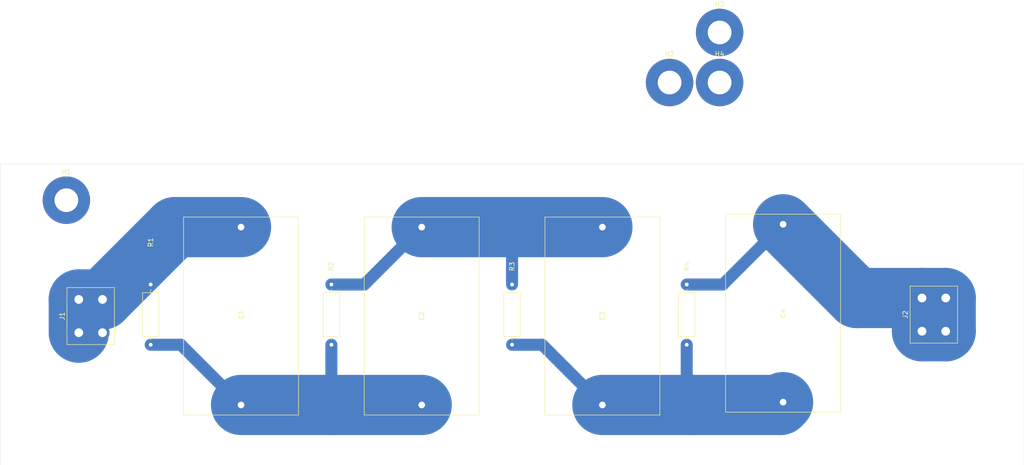
<source format=kicad_pcb>
(kicad_pcb (version 20171130) (host pcbnew 5.0.2+dfsg1-1)

  (general
    (thickness 1.6)
    (drawings 4)
    (tracks 29)
    (zones 0)
    (modules 14)
    (nets 6)
  )

  (page A4)
  (layers
    (0 F.Cu signal)
    (31 B.Cu signal)
    (32 B.Adhes user)
    (33 F.Adhes user)
    (34 B.Paste user)
    (35 F.Paste user)
    (36 B.SilkS user)
    (37 F.SilkS user)
    (38 B.Mask user)
    (39 F.Mask user)
    (40 Dwgs.User user)
    (41 Cmts.User user)
    (42 Eco1.User user)
    (43 Eco2.User user)
    (44 Edge.Cuts user)
    (45 Margin user)
    (46 B.CrtYd user)
    (47 F.CrtYd user)
    (48 B.Fab user hide)
    (49 F.Fab user hide)
  )

  (setup
    (last_trace_width 0.25)
    (user_trace_width 2.54)
    (user_trace_width 12.7)
    (trace_clearance 0.2)
    (zone_clearance 0.508)
    (zone_45_only no)
    (trace_min 0.2)
    (segment_width 0.2)
    (edge_width 0.05)
    (via_size 0.8)
    (via_drill 0.4)
    (via_min_size 0.4)
    (via_min_drill 0.3)
    (uvia_size 0.3)
    (uvia_drill 0.1)
    (uvias_allowed no)
    (uvia_min_size 0.2)
    (uvia_min_drill 0.1)
    (pcb_text_width 0.3)
    (pcb_text_size 1.5 1.5)
    (mod_edge_width 0.12)
    (mod_text_size 1 1)
    (mod_text_width 0.15)
    (pad_size 1.524 1.524)
    (pad_drill 0.762)
    (pad_to_mask_clearance 0.051)
    (solder_mask_min_width 0.25)
    (aux_axis_origin 0 0)
    (visible_elements FFFFFF7F)
    (pcbplotparams
      (layerselection 0x010fc_ffffffff)
      (usegerberextensions false)
      (usegerberattributes false)
      (usegerberadvancedattributes false)
      (creategerberjobfile false)
      (excludeedgelayer true)
      (linewidth 0.100000)
      (plotframeref false)
      (viasonmask false)
      (mode 1)
      (useauxorigin false)
      (hpglpennumber 1)
      (hpglpenspeed 20)
      (hpglpendiameter 15.000000)
      (psnegative false)
      (psa4output false)
      (plotreference true)
      (plotvalue true)
      (plotinvisibletext false)
      (padsonsilk false)
      (subtractmaskfromsilk false)
      (outputformat 1)
      (mirror false)
      (drillshape 1)
      (scaleselection 1)
      (outputdirectory ""))
  )

  (net 0 "")
  (net 1 "Net-(C1-Pad1)")
  (net 2 "Net-(C1-Pad2)")
  (net 3 "Net-(C2-Pad1)")
  (net 4 "Net-(C3-Pad1)")
  (net 5 "Net-(C4-Pad1)")

  (net_class Default "This is the default net class."
    (clearance 0.2)
    (trace_width 0.25)
    (via_dia 0.8)
    (via_drill 0.4)
    (uvia_dia 0.3)
    (uvia_drill 0.1)
    (add_net "Net-(C1-Pad1)")
    (add_net "Net-(C1-Pad2)")
    (add_net "Net-(C2-Pad1)")
    (add_net "Net-(C3-Pad1)")
    (add_net "Net-(C4-Pad1)")
  )

  (module Resistor_THT:R_Axial_DIN0309_L9.0mm_D3.2mm_P12.70mm_Horizontal (layer F.Cu) (tedit 5AE5139B) (tstamp 5D64ADAD)
    (at 57.15 101.6 90)
    (descr "Resistor, Axial_DIN0309 series, Axial, Horizontal, pin pitch=12.7mm, 0.5W = 1/2W, length*diameter=9*3.2mm^2, http://cdn-reichelt.de/documents/datenblatt/B400/1_4W%23YAG.pdf")
    (tags "Resistor Axial_DIN0309 series Axial Horizontal pin pitch 12.7mm 0.5W = 1/2W length 9mm diameter 3.2mm")
    (path /5D66B6F7)
    (fp_text reference R1 (at 21.59 0 90) (layer F.SilkS)
      (effects (font (size 1 1) (thickness 0.15)))
    )
    (fp_text value 10M (at 6.35 2.72 90) (layer F.Fab)
      (effects (font (size 1 1) (thickness 0.15)))
    )
    (fp_line (start 1.85 -1.6) (end 1.85 1.6) (layer F.Fab) (width 0.1))
    (fp_line (start 1.85 1.6) (end 10.85 1.6) (layer F.Fab) (width 0.1))
    (fp_line (start 10.85 1.6) (end 10.85 -1.6) (layer F.Fab) (width 0.1))
    (fp_line (start 10.85 -1.6) (end 1.85 -1.6) (layer F.Fab) (width 0.1))
    (fp_line (start 0 0) (end 1.85 0) (layer F.Fab) (width 0.1))
    (fp_line (start 12.7 0) (end 10.85 0) (layer F.Fab) (width 0.1))
    (fp_line (start 1.73 -1.72) (end 1.73 1.72) (layer F.SilkS) (width 0.12))
    (fp_line (start 1.73 1.72) (end 10.97 1.72) (layer F.SilkS) (width 0.12))
    (fp_line (start 10.97 1.72) (end 10.97 -1.72) (layer F.SilkS) (width 0.12))
    (fp_line (start 10.97 -1.72) (end 1.73 -1.72) (layer F.SilkS) (width 0.12))
    (fp_line (start 1.04 0) (end 1.73 0) (layer F.SilkS) (width 0.12))
    (fp_line (start 11.66 0) (end 10.97 0) (layer F.SilkS) (width 0.12))
    (fp_line (start -1.05 -1.85) (end -1.05 1.85) (layer F.CrtYd) (width 0.05))
    (fp_line (start -1.05 1.85) (end 13.75 1.85) (layer F.CrtYd) (width 0.05))
    (fp_line (start 13.75 1.85) (end 13.75 -1.85) (layer F.CrtYd) (width 0.05))
    (fp_line (start 13.75 -1.85) (end -1.05 -1.85) (layer F.CrtYd) (width 0.05))
    (fp_text user %R (at 6.35 0 90) (layer F.Fab)
      (effects (font (size 1 1) (thickness 0.15)))
    )
    (pad 1 thru_hole circle (at 0 0 90) (size 1.6 1.6) (drill 0.8) (layers *.Cu *.Mask)
      (net 1 "Net-(C1-Pad1)"))
    (pad 2 thru_hole oval (at 12.7 0 90) (size 1.6 1.6) (drill 0.8) (layers *.Cu *.Mask)
      (net 2 "Net-(C1-Pad2)"))
    (model ${KISYS3DMOD}/Resistor_THT.3dshapes/R_Axial_DIN0309_L9.0mm_D3.2mm_P12.70mm_Horizontal.wrl
      (at (xyz 0 0 0))
      (scale (xyz 1 1 1))
      (rotate (xyz 0 0 0))
    )
  )

  (module Library:ScrewTerminal (layer F.Cu) (tedit 5D64ACB8) (tstamp 5D64AD96)
    (at 222.29 95.25)
    (path /5D66F48B)
    (fp_text reference J2 (at -6 0 90) (layer F.SilkS)
      (effects (font (size 1 1) (thickness 0.15)))
    )
    (fp_text value Screw_Terminal_01x01 (at 0 0) (layer F.Fab)
      (effects (font (size 1 1) (thickness 0.15)))
    )
    (fp_line (start -4.25 5.26) (end -4.25 -5.26) (layer F.CrtYd) (width 0.05))
    (fp_line (start 4.25 5.26) (end -4.25 5.26) (layer F.CrtYd) (width 0.05))
    (fp_line (start 4.25 -5.26) (end 4.25 5.26) (layer F.CrtYd) (width 0.05))
    (fp_line (start -4.25 -5.26) (end 4.25 -5.26) (layer F.CrtYd) (width 0.05))
    (fp_line (start -5 2.001666) (end -5 6.005) (layer F.SilkS) (width 0.12))
    (fp_line (start -5 -2.001666) (end -5 2.001666) (layer F.SilkS) (width 0.12))
    (fp_line (start -5 -6.005) (end -5 -2.001666) (layer F.SilkS) (width 0.12))
    (fp_line (start 5 -6.005) (end -5 -6.005) (layer F.SilkS) (width 0.12))
    (fp_line (start 5 6.005) (end 5 -6.005) (layer F.SilkS) (width 0.12))
    (fp_line (start -5 6.005) (end 5 6.005) (layer F.SilkS) (width 0.12))
    (pad 1 thru_hole circle (at 2.5 3.505) (size 2.999999 2.999999) (drill 1.85) (layers *.Cu *.Mask)
      (net 5 "Net-(C4-Pad1)"))
    (pad 1 thru_hole circle (at 2.5 -3.505) (size 2.999999 2.999999) (drill 1.85) (layers *.Cu *.Mask)
      (net 5 "Net-(C4-Pad1)"))
    (pad 1 thru_hole circle (at -2.5 3.505) (size 3 3) (drill 1.85) (layers *.Cu *.Mask)
      (net 5 "Net-(C4-Pad1)"))
    (pad 1 thru_hole circle (at -2.5 -3.505) (size 2.999999 2.999999) (drill 1.85) (layers *.Cu *.Mask)
      (net 5 "Net-(C4-Pad1)"))
  )

  (module Library:ScrewTerminal (layer F.Cu) (tedit 5D64ACB8) (tstamp 5D64AD84)
    (at 44.49 95.555)
    (path /5D66E84B)
    (fp_text reference J1 (at -6 0 90) (layer F.SilkS)
      (effects (font (size 1 1) (thickness 0.15)))
    )
    (fp_text value Screw_Terminal_01x01 (at 0 0) (layer F.Fab)
      (effects (font (size 1 1) (thickness 0.15)))
    )
    (fp_line (start -4.25 5.26) (end -4.25 -5.26) (layer F.CrtYd) (width 0.05))
    (fp_line (start 4.25 5.26) (end -4.25 5.26) (layer F.CrtYd) (width 0.05))
    (fp_line (start 4.25 -5.26) (end 4.25 5.26) (layer F.CrtYd) (width 0.05))
    (fp_line (start -4.25 -5.26) (end 4.25 -5.26) (layer F.CrtYd) (width 0.05))
    (fp_line (start -5 2.001666) (end -5 6.005) (layer F.SilkS) (width 0.12))
    (fp_line (start -5 -2.001666) (end -5 2.001666) (layer F.SilkS) (width 0.12))
    (fp_line (start -5 -6.005) (end -5 -2.001666) (layer F.SilkS) (width 0.12))
    (fp_line (start 5 -6.005) (end -5 -6.005) (layer F.SilkS) (width 0.12))
    (fp_line (start 5 6.005) (end 5 -6.005) (layer F.SilkS) (width 0.12))
    (fp_line (start -5 6.005) (end 5 6.005) (layer F.SilkS) (width 0.12))
    (pad 1 thru_hole circle (at 2.5 3.505) (size 2.999999 2.999999) (drill 1.85) (layers *.Cu *.Mask)
      (net 2 "Net-(C1-Pad2)"))
    (pad 1 thru_hole circle (at 2.5 -3.505) (size 2.999999 2.999999) (drill 1.85) (layers *.Cu *.Mask)
      (net 2 "Net-(C1-Pad2)"))
    (pad 1 thru_hole circle (at -2.5 3.505) (size 3 3) (drill 1.85) (layers *.Cu *.Mask)
      (net 2 "Net-(C1-Pad2)"))
    (pad 1 thru_hole circle (at -2.5 -3.505) (size 2.999999 2.999999) (drill 1.85) (layers *.Cu *.Mask)
      (net 2 "Net-(C1-Pad2)"))
  )

  (module Capacitor_THT:C_Rect_L41.5mm_W24.0mm_P37.50mm_MKS4 (layer F.Cu) (tedit 5AE50EF0) (tstamp 5D64AD39)
    (at 76.2 114.3 90)
    (descr "C, Rect series, Radial, pin pitch=37.50mm, , length*width=41.5*24mm^2, Capacitor, http://www.wima.com/EN/WIMA_MKS_4.pdf")
    (tags "C Rect series Radial pin pitch 37.50mm  length 41.5mm width 24mm Capacitor")
    (path /5D669B06)
    (fp_text reference C1 (at 19.05 0 90) (layer F.SilkS)
      (effects (font (size 1 1) (thickness 0.15)))
    )
    (fp_text value 0.33uF (at 18.75 13.25 90) (layer F.Fab)
      (effects (font (size 1 1) (thickness 0.15)))
    )
    (fp_line (start -2 -12) (end -2 12) (layer F.Fab) (width 0.1))
    (fp_line (start -2 12) (end 39.5 12) (layer F.Fab) (width 0.1))
    (fp_line (start 39.5 12) (end 39.5 -12) (layer F.Fab) (width 0.1))
    (fp_line (start 39.5 -12) (end -2 -12) (layer F.Fab) (width 0.1))
    (fp_line (start -2.12 -12.12) (end 39.62 -12.12) (layer F.SilkS) (width 0.12))
    (fp_line (start -2.12 12.12) (end 39.62 12.12) (layer F.SilkS) (width 0.12))
    (fp_line (start -2.12 -12.12) (end -2.12 12.12) (layer F.SilkS) (width 0.12))
    (fp_line (start 39.62 -12.12) (end 39.62 12.12) (layer F.SilkS) (width 0.12))
    (fp_line (start -2.25 -12.25) (end -2.25 12.25) (layer F.CrtYd) (width 0.05))
    (fp_line (start -2.25 12.25) (end 39.75 12.25) (layer F.CrtYd) (width 0.05))
    (fp_line (start 39.75 12.25) (end 39.75 -12.25) (layer F.CrtYd) (width 0.05))
    (fp_line (start 39.75 -12.25) (end -2.25 -12.25) (layer F.CrtYd) (width 0.05))
    (fp_text user %R (at 18.75 0 90) (layer F.Fab)
      (effects (font (size 1 1) (thickness 0.15)))
    )
    (pad 1 thru_hole circle (at 0 0 90) (size 2.8 2.8) (drill 1.4) (layers *.Cu *.Mask)
      (net 1 "Net-(C1-Pad1)"))
    (pad 2 thru_hole circle (at 37.5 0 90) (size 2.8 2.8) (drill 1.4) (layers *.Cu *.Mask)
      (net 2 "Net-(C1-Pad2)"))
    (model ${KISYS3DMOD}/Capacitor_THT.3dshapes/C_Rect_L41.5mm_W24.0mm_P37.50mm_MKS4.wrl
      (at (xyz 0 0 0))
      (scale (xyz 1 1 1))
      (rotate (xyz 0 0 0))
    )
  )

  (module Capacitor_THT:C_Rect_L41.5mm_W24.0mm_P37.50mm_MKS4 (layer F.Cu) (tedit 5AE50EF0) (tstamp 5D64AD4C)
    (at 114.3 76.8 270)
    (descr "C, Rect series, Radial, pin pitch=37.50mm, , length*width=41.5*24mm^2, Capacitor, http://www.wima.com/EN/WIMA_MKS_4.pdf")
    (tags "C Rect series Radial pin pitch 37.50mm  length 41.5mm width 24mm Capacitor")
    (path /5D66DD5B)
    (fp_text reference C2 (at 18.75 0 90) (layer F.SilkS)
      (effects (font (size 1 1) (thickness 0.15)))
    )
    (fp_text value 0.33uF (at 18.75 13.25 90) (layer F.Fab)
      (effects (font (size 1 1) (thickness 0.15)))
    )
    (fp_text user %R (at 18.75 0 90) (layer F.Fab)
      (effects (font (size 1 1) (thickness 0.15)))
    )
    (fp_line (start 39.75 -12.25) (end -2.25 -12.25) (layer F.CrtYd) (width 0.05))
    (fp_line (start 39.75 12.25) (end 39.75 -12.25) (layer F.CrtYd) (width 0.05))
    (fp_line (start -2.25 12.25) (end 39.75 12.25) (layer F.CrtYd) (width 0.05))
    (fp_line (start -2.25 -12.25) (end -2.25 12.25) (layer F.CrtYd) (width 0.05))
    (fp_line (start 39.62 -12.12) (end 39.62 12.12) (layer F.SilkS) (width 0.12))
    (fp_line (start -2.12 -12.12) (end -2.12 12.12) (layer F.SilkS) (width 0.12))
    (fp_line (start -2.12 12.12) (end 39.62 12.12) (layer F.SilkS) (width 0.12))
    (fp_line (start -2.12 -12.12) (end 39.62 -12.12) (layer F.SilkS) (width 0.12))
    (fp_line (start 39.5 -12) (end -2 -12) (layer F.Fab) (width 0.1))
    (fp_line (start 39.5 12) (end 39.5 -12) (layer F.Fab) (width 0.1))
    (fp_line (start -2 12) (end 39.5 12) (layer F.Fab) (width 0.1))
    (fp_line (start -2 -12) (end -2 12) (layer F.Fab) (width 0.1))
    (pad 2 thru_hole circle (at 37.5 0 270) (size 2.8 2.8) (drill 1.4) (layers *.Cu *.Mask)
      (net 1 "Net-(C1-Pad1)"))
    (pad 1 thru_hole circle (at 0 0 270) (size 2.8 2.8) (drill 1.4) (layers *.Cu *.Mask)
      (net 3 "Net-(C2-Pad1)"))
    (model ${KISYS3DMOD}/Capacitor_THT.3dshapes/C_Rect_L41.5mm_W24.0mm_P37.50mm_MKS4.wrl
      (at (xyz 0 0 0))
      (scale (xyz 1 1 1))
      (rotate (xyz 0 0 0))
    )
  )

  (module Capacitor_THT:C_Rect_L41.5mm_W24.0mm_P37.50mm_MKS4 (layer F.Cu) (tedit 5AE50EF0) (tstamp 5D64AD5F)
    (at 152.4 114.3 90)
    (descr "C, Rect series, Radial, pin pitch=37.50mm, , length*width=41.5*24mm^2, Capacitor, http://www.wima.com/EN/WIMA_MKS_4.pdf")
    (tags "C Rect series Radial pin pitch 37.50mm  length 41.5mm width 24mm Capacitor")
    (path /5D66E26B)
    (fp_text reference C3 (at 18.75 0 90) (layer F.SilkS)
      (effects (font (size 1 1) (thickness 0.15)))
    )
    (fp_text value 0.33uF (at 18.75 13.25 90) (layer F.Fab)
      (effects (font (size 1 1) (thickness 0.15)))
    )
    (fp_line (start -2 -12) (end -2 12) (layer F.Fab) (width 0.1))
    (fp_line (start -2 12) (end 39.5 12) (layer F.Fab) (width 0.1))
    (fp_line (start 39.5 12) (end 39.5 -12) (layer F.Fab) (width 0.1))
    (fp_line (start 39.5 -12) (end -2 -12) (layer F.Fab) (width 0.1))
    (fp_line (start -2.12 -12.12) (end 39.62 -12.12) (layer F.SilkS) (width 0.12))
    (fp_line (start -2.12 12.12) (end 39.62 12.12) (layer F.SilkS) (width 0.12))
    (fp_line (start -2.12 -12.12) (end -2.12 12.12) (layer F.SilkS) (width 0.12))
    (fp_line (start 39.62 -12.12) (end 39.62 12.12) (layer F.SilkS) (width 0.12))
    (fp_line (start -2.25 -12.25) (end -2.25 12.25) (layer F.CrtYd) (width 0.05))
    (fp_line (start -2.25 12.25) (end 39.75 12.25) (layer F.CrtYd) (width 0.05))
    (fp_line (start 39.75 12.25) (end 39.75 -12.25) (layer F.CrtYd) (width 0.05))
    (fp_line (start 39.75 -12.25) (end -2.25 -12.25) (layer F.CrtYd) (width 0.05))
    (fp_text user %R (at 18.75 0 90) (layer F.Fab)
      (effects (font (size 1 1) (thickness 0.15)))
    )
    (pad 1 thru_hole circle (at 0 0 90) (size 2.8 2.8) (drill 1.4) (layers *.Cu *.Mask)
      (net 4 "Net-(C3-Pad1)"))
    (pad 2 thru_hole circle (at 37.5 0 90) (size 2.8 2.8) (drill 1.4) (layers *.Cu *.Mask)
      (net 3 "Net-(C2-Pad1)"))
    (model ${KISYS3DMOD}/Capacitor_THT.3dshapes/C_Rect_L41.5mm_W24.0mm_P37.50mm_MKS4.wrl
      (at (xyz 0 0 0))
      (scale (xyz 1 1 1))
      (rotate (xyz 0 0 0))
    )
  )

  (module Capacitor_THT:C_Rect_L41.5mm_W24.0mm_P37.50mm_MKS4 (layer F.Cu) (tedit 5AE50EF0) (tstamp 5D64B8BD)
    (at 190.5 76.2 270)
    (descr "C, Rect series, Radial, pin pitch=37.50mm, , length*width=41.5*24mm^2, Capacitor, http://www.wima.com/EN/WIMA_MKS_4.pdf")
    (tags "C Rect series Radial pin pitch 37.50mm  length 41.5mm width 24mm Capacitor")
    (path /5D66E6B3)
    (fp_text reference C4 (at 18.75 0 90) (layer F.SilkS)
      (effects (font (size 1 1) (thickness 0.15)))
    )
    (fp_text value 0.33uF (at 18.75 13.25 90) (layer F.Fab)
      (effects (font (size 1 1) (thickness 0.15)))
    )
    (fp_text user %R (at 18.75 0 90) (layer F.Fab)
      (effects (font (size 1 1) (thickness 0.15)))
    )
    (fp_line (start 39.75 -12.25) (end -2.25 -12.25) (layer F.CrtYd) (width 0.05))
    (fp_line (start 39.75 12.25) (end 39.75 -12.25) (layer F.CrtYd) (width 0.05))
    (fp_line (start -2.25 12.25) (end 39.75 12.25) (layer F.CrtYd) (width 0.05))
    (fp_line (start -2.25 -12.25) (end -2.25 12.25) (layer F.CrtYd) (width 0.05))
    (fp_line (start 39.62 -12.12) (end 39.62 12.12) (layer F.SilkS) (width 0.12))
    (fp_line (start -2.12 -12.12) (end -2.12 12.12) (layer F.SilkS) (width 0.12))
    (fp_line (start -2.12 12.12) (end 39.62 12.12) (layer F.SilkS) (width 0.12))
    (fp_line (start -2.12 -12.12) (end 39.62 -12.12) (layer F.SilkS) (width 0.12))
    (fp_line (start 39.5 -12) (end -2 -12) (layer F.Fab) (width 0.1))
    (fp_line (start 39.5 12) (end 39.5 -12) (layer F.Fab) (width 0.1))
    (fp_line (start -2 12) (end 39.5 12) (layer F.Fab) (width 0.1))
    (fp_line (start -2 -12) (end -2 12) (layer F.Fab) (width 0.1))
    (pad 2 thru_hole circle (at 37.5 0 270) (size 2.8 2.8) (drill 1.4) (layers *.Cu *.Mask)
      (net 4 "Net-(C3-Pad1)"))
    (pad 1 thru_hole circle (at 0 0 270) (size 2.8 2.8) (drill 1.4) (layers *.Cu *.Mask)
      (net 5 "Net-(C4-Pad1)"))
    (model ${KISYS3DMOD}/Capacitor_THT.3dshapes/C_Rect_L41.5mm_W24.0mm_P37.50mm_MKS4.wrl
      (at (xyz 0 0 0))
      (scale (xyz 1 1 1))
      (rotate (xyz 0 0 0))
    )
  )

  (module Resistor_THT:R_Axial_DIN0309_L9.0mm_D3.2mm_P12.70mm_Horizontal (layer F.Cu) (tedit 5AE5139B) (tstamp 5D64ADC4)
    (at 95.25 88.9 270)
    (descr "Resistor, Axial_DIN0309 series, Axial, Horizontal, pin pitch=12.7mm, 0.5W = 1/2W, length*diameter=9*3.2mm^2, http://cdn-reichelt.de/documents/datenblatt/B400/1_4W%23YAG.pdf")
    (tags "Resistor Axial_DIN0309 series Axial Horizontal pin pitch 12.7mm 0.5W = 1/2W length 9mm diameter 3.2mm")
    (path /5D66DD61)
    (fp_text reference R2 (at -3.81 0 90) (layer F.SilkS)
      (effects (font (size 1 1) (thickness 0.15)))
    )
    (fp_text value 10M (at 6.35 2.72 90) (layer F.Fab)
      (effects (font (size 1 1) (thickness 0.15)))
    )
    (fp_text user %R (at 6.35 0 90) (layer F.Fab)
      (effects (font (size 1 1) (thickness 0.15)))
    )
    (fp_line (start 13.75 -1.85) (end -1.05 -1.85) (layer F.CrtYd) (width 0.05))
    (fp_line (start 13.75 1.85) (end 13.75 -1.85) (layer F.CrtYd) (width 0.05))
    (fp_line (start -1.05 1.85) (end 13.75 1.85) (layer F.CrtYd) (width 0.05))
    (fp_line (start -1.05 -1.85) (end -1.05 1.85) (layer F.CrtYd) (width 0.05))
    (fp_line (start 11.66 0) (end 10.97 0) (layer F.SilkS) (width 0.12))
    (fp_line (start 1.04 0) (end 1.73 0) (layer F.SilkS) (width 0.12))
    (fp_line (start 10.97 -1.72) (end 1.73 -1.72) (layer F.SilkS) (width 0.12))
    (fp_line (start 10.97 1.72) (end 10.97 -1.72) (layer F.SilkS) (width 0.12))
    (fp_line (start 1.73 1.72) (end 10.97 1.72) (layer F.SilkS) (width 0.12))
    (fp_line (start 1.73 -1.72) (end 1.73 1.72) (layer F.SilkS) (width 0.12))
    (fp_line (start 12.7 0) (end 10.85 0) (layer F.Fab) (width 0.1))
    (fp_line (start 0 0) (end 1.85 0) (layer F.Fab) (width 0.1))
    (fp_line (start 10.85 -1.6) (end 1.85 -1.6) (layer F.Fab) (width 0.1))
    (fp_line (start 10.85 1.6) (end 10.85 -1.6) (layer F.Fab) (width 0.1))
    (fp_line (start 1.85 1.6) (end 10.85 1.6) (layer F.Fab) (width 0.1))
    (fp_line (start 1.85 -1.6) (end 1.85 1.6) (layer F.Fab) (width 0.1))
    (pad 2 thru_hole oval (at 12.7 0 270) (size 1.6 1.6) (drill 0.8) (layers *.Cu *.Mask)
      (net 1 "Net-(C1-Pad1)"))
    (pad 1 thru_hole circle (at 0 0 270) (size 1.6 1.6) (drill 0.8) (layers *.Cu *.Mask)
      (net 3 "Net-(C2-Pad1)"))
    (model ${KISYS3DMOD}/Resistor_THT.3dshapes/R_Axial_DIN0309_L9.0mm_D3.2mm_P12.70mm_Horizontal.wrl
      (at (xyz 0 0 0))
      (scale (xyz 1 1 1))
      (rotate (xyz 0 0 0))
    )
  )

  (module Resistor_THT:R_Axial_DIN0309_L9.0mm_D3.2mm_P12.70mm_Horizontal (layer F.Cu) (tedit 5AE5139B) (tstamp 5D64ADDB)
    (at 133.35 101.6 90)
    (descr "Resistor, Axial_DIN0309 series, Axial, Horizontal, pin pitch=12.7mm, 0.5W = 1/2W, length*diameter=9*3.2mm^2, http://cdn-reichelt.de/documents/datenblatt/B400/1_4W%23YAG.pdf")
    (tags "Resistor Axial_DIN0309 series Axial Horizontal pin pitch 12.7mm 0.5W = 1/2W length 9mm diameter 3.2mm")
    (path /5D66E271)
    (fp_text reference R3 (at 16.51 0 90) (layer F.SilkS)
      (effects (font (size 1 1) (thickness 0.15)))
    )
    (fp_text value 10M (at 6.35 2.72 90) (layer F.Fab)
      (effects (font (size 1 1) (thickness 0.15)))
    )
    (fp_line (start 1.85 -1.6) (end 1.85 1.6) (layer F.Fab) (width 0.1))
    (fp_line (start 1.85 1.6) (end 10.85 1.6) (layer F.Fab) (width 0.1))
    (fp_line (start 10.85 1.6) (end 10.85 -1.6) (layer F.Fab) (width 0.1))
    (fp_line (start 10.85 -1.6) (end 1.85 -1.6) (layer F.Fab) (width 0.1))
    (fp_line (start 0 0) (end 1.85 0) (layer F.Fab) (width 0.1))
    (fp_line (start 12.7 0) (end 10.85 0) (layer F.Fab) (width 0.1))
    (fp_line (start 1.73 -1.72) (end 1.73 1.72) (layer F.SilkS) (width 0.12))
    (fp_line (start 1.73 1.72) (end 10.97 1.72) (layer F.SilkS) (width 0.12))
    (fp_line (start 10.97 1.72) (end 10.97 -1.72) (layer F.SilkS) (width 0.12))
    (fp_line (start 10.97 -1.72) (end 1.73 -1.72) (layer F.SilkS) (width 0.12))
    (fp_line (start 1.04 0) (end 1.73 0) (layer F.SilkS) (width 0.12))
    (fp_line (start 11.66 0) (end 10.97 0) (layer F.SilkS) (width 0.12))
    (fp_line (start -1.05 -1.85) (end -1.05 1.85) (layer F.CrtYd) (width 0.05))
    (fp_line (start -1.05 1.85) (end 13.75 1.85) (layer F.CrtYd) (width 0.05))
    (fp_line (start 13.75 1.85) (end 13.75 -1.85) (layer F.CrtYd) (width 0.05))
    (fp_line (start 13.75 -1.85) (end -1.05 -1.85) (layer F.CrtYd) (width 0.05))
    (fp_text user %R (at 6.35 0 90) (layer F.Fab)
      (effects (font (size 1 1) (thickness 0.15)))
    )
    (pad 1 thru_hole circle (at 0 0 90) (size 1.6 1.6) (drill 0.8) (layers *.Cu *.Mask)
      (net 4 "Net-(C3-Pad1)"))
    (pad 2 thru_hole oval (at 12.7 0 90) (size 1.6 1.6) (drill 0.8) (layers *.Cu *.Mask)
      (net 3 "Net-(C2-Pad1)"))
    (model ${KISYS3DMOD}/Resistor_THT.3dshapes/R_Axial_DIN0309_L9.0mm_D3.2mm_P12.70mm_Horizontal.wrl
      (at (xyz 0 0 0))
      (scale (xyz 1 1 1))
      (rotate (xyz 0 0 0))
    )
  )

  (module Resistor_THT:R_Axial_DIN0309_L9.0mm_D3.2mm_P12.70mm_Horizontal (layer F.Cu) (tedit 5AE5139B) (tstamp 5D64ADF2)
    (at 170.18 88.9 270)
    (descr "Resistor, Axial_DIN0309 series, Axial, Horizontal, pin pitch=12.7mm, 0.5W = 1/2W, length*diameter=9*3.2mm^2, http://cdn-reichelt.de/documents/datenblatt/B400/1_4W%23YAG.pdf")
    (tags "Resistor Axial_DIN0309 series Axial Horizontal pin pitch 12.7mm 0.5W = 1/2W length 9mm diameter 3.2mm")
    (path /5D66E6B9)
    (fp_text reference R4 (at -3.81 0 90) (layer F.SilkS)
      (effects (font (size 1 1) (thickness 0.15)))
    )
    (fp_text value 10M (at 6.35 2.72 90) (layer F.Fab)
      (effects (font (size 1 1) (thickness 0.15)))
    )
    (fp_text user %R (at 6.35 0 90) (layer F.Fab)
      (effects (font (size 1 1) (thickness 0.15)))
    )
    (fp_line (start 13.75 -1.85) (end -1.05 -1.85) (layer F.CrtYd) (width 0.05))
    (fp_line (start 13.75 1.85) (end 13.75 -1.85) (layer F.CrtYd) (width 0.05))
    (fp_line (start -1.05 1.85) (end 13.75 1.85) (layer F.CrtYd) (width 0.05))
    (fp_line (start -1.05 -1.85) (end -1.05 1.85) (layer F.CrtYd) (width 0.05))
    (fp_line (start 11.66 0) (end 10.97 0) (layer F.SilkS) (width 0.12))
    (fp_line (start 1.04 0) (end 1.73 0) (layer F.SilkS) (width 0.12))
    (fp_line (start 10.97 -1.72) (end 1.73 -1.72) (layer F.SilkS) (width 0.12))
    (fp_line (start 10.97 1.72) (end 10.97 -1.72) (layer F.SilkS) (width 0.12))
    (fp_line (start 1.73 1.72) (end 10.97 1.72) (layer F.SilkS) (width 0.12))
    (fp_line (start 1.73 -1.72) (end 1.73 1.72) (layer F.SilkS) (width 0.12))
    (fp_line (start 12.7 0) (end 10.85 0) (layer F.Fab) (width 0.1))
    (fp_line (start 0 0) (end 1.85 0) (layer F.Fab) (width 0.1))
    (fp_line (start 10.85 -1.6) (end 1.85 -1.6) (layer F.Fab) (width 0.1))
    (fp_line (start 10.85 1.6) (end 10.85 -1.6) (layer F.Fab) (width 0.1))
    (fp_line (start 1.85 1.6) (end 10.85 1.6) (layer F.Fab) (width 0.1))
    (fp_line (start 1.85 -1.6) (end 1.85 1.6) (layer F.Fab) (width 0.1))
    (pad 2 thru_hole oval (at 12.7 0 270) (size 1.6 1.6) (drill 0.8) (layers *.Cu *.Mask)
      (net 4 "Net-(C3-Pad1)"))
    (pad 1 thru_hole circle (at 0 0 270) (size 1.6 1.6) (drill 0.8) (layers *.Cu *.Mask)
      (net 5 "Net-(C4-Pad1)"))
    (model ${KISYS3DMOD}/Resistor_THT.3dshapes/R_Axial_DIN0309_L9.0mm_D3.2mm_P12.70mm_Horizontal.wrl
      (at (xyz 0 0 0))
      (scale (xyz 1 1 1))
      (rotate (xyz 0 0 0))
    )
  )

  (module MountingHole:MountingHole_5mm_Pad (layer F.Cu) (tedit 56D1B4CB) (tstamp 5D66BFDC)
    (at 39.37 71.12)
    (descr "Mounting Hole 5mm")
    (tags "mounting hole 5mm")
    (path /5D679E77)
    (attr virtual)
    (fp_text reference H1 (at 0 -6) (layer F.SilkS)
      (effects (font (size 1 1) (thickness 0.15)))
    )
    (fp_text value MountingHole (at 0 6) (layer F.Fab)
      (effects (font (size 1 1) (thickness 0.15)))
    )
    (fp_text user %R (at 0.3 0) (layer F.Fab)
      (effects (font (size 1 1) (thickness 0.15)))
    )
    (fp_circle (center 0 0) (end 5 0) (layer Cmts.User) (width 0.15))
    (fp_circle (center 0 0) (end 5.25 0) (layer F.CrtYd) (width 0.05))
    (pad 1 thru_hole circle (at 0 0) (size 10 10) (drill 5) (layers *.Cu *.Mask))
  )

  (module MountingHole:MountingHole_5mm_Pad (layer F.Cu) (tedit 56D1B4CB) (tstamp 5D66BFE4)
    (at 166.565001 46.305001)
    (descr "Mounting Hole 5mm")
    (tags "mounting hole 5mm")
    (path /5D67A344)
    (attr virtual)
    (fp_text reference H2 (at 0 -6) (layer F.SilkS)
      (effects (font (size 1 1) (thickness 0.15)))
    )
    (fp_text value MountingHole (at 0 6) (layer F.Fab)
      (effects (font (size 1 1) (thickness 0.15)))
    )
    (fp_circle (center 0 0) (end 5.25 0) (layer F.CrtYd) (width 0.05))
    (fp_circle (center 0 0) (end 5 0) (layer Cmts.User) (width 0.15))
    (fp_text user %R (at 0.3 0) (layer F.Fab)
      (effects (font (size 1 1) (thickness 0.15)))
    )
    (pad 1 thru_hole circle (at 0 0) (size 10 10) (drill 5) (layers *.Cu *.Mask))
  )

  (module MountingHole:MountingHole_5mm_Pad (layer F.Cu) (tedit 56D1B4CB) (tstamp 5D66BFEC)
    (at 177.115001 35.755001)
    (descr "Mounting Hole 5mm")
    (tags "mounting hole 5mm")
    (path /5D67A596)
    (attr virtual)
    (fp_text reference H3 (at 0 -6) (layer F.SilkS)
      (effects (font (size 1 1) (thickness 0.15)))
    )
    (fp_text value MountingHole (at 0 6) (layer F.Fab)
      (effects (font (size 1 1) (thickness 0.15)))
    )
    (fp_text user %R (at 0.3 0) (layer F.Fab)
      (effects (font (size 1 1) (thickness 0.15)))
    )
    (fp_circle (center 0 0) (end 5 0) (layer Cmts.User) (width 0.15))
    (fp_circle (center 0 0) (end 5.25 0) (layer F.CrtYd) (width 0.05))
    (pad 1 thru_hole circle (at 0 0) (size 10 10) (drill 5) (layers *.Cu *.Mask))
  )

  (module MountingHole:MountingHole_5mm_Pad (layer F.Cu) (tedit 56D1B4CB) (tstamp 5D66BFF4)
    (at 177.115001 46.305001)
    (descr "Mounting Hole 5mm")
    (tags "mounting hole 5mm")
    (path /5D67A70D)
    (attr virtual)
    (fp_text reference H4 (at 0 -6) (layer F.SilkS)
      (effects (font (size 1 1) (thickness 0.15)))
    )
    (fp_text value MountingHole (at 0 6) (layer F.Fab)
      (effects (font (size 1 1) (thickness 0.15)))
    )
    (fp_circle (center 0 0) (end 5.25 0) (layer F.CrtYd) (width 0.05))
    (fp_circle (center 0 0) (end 5 0) (layer Cmts.User) (width 0.15))
    (fp_text user %R (at 0.3 0) (layer F.Fab)
      (effects (font (size 1 1) (thickness 0.15)))
    )
    (pad 1 thru_hole circle (at 0 0) (size 10 10) (drill 5) (layers *.Cu *.Mask))
  )

  (gr_line (start 25.4 127) (end 25.4 63.5) (layer Edge.Cuts) (width 0.05) (tstamp 5D64B8F7))
  (gr_line (start 241.3 127) (end 25.4 127) (layer Edge.Cuts) (width 0.05))
  (gr_line (start 241.3 63.5) (end 241.3 127) (layer Edge.Cuts) (width 0.05))
  (gr_line (start 25.4 63.5) (end 241.3 63.5) (layer Edge.Cuts) (width 0.05))

  (segment (start 95.25 101.6) (end 95.25 114.3) (width 2.54) (layer B.Cu) (net 1))
  (segment (start 76.2 114.3) (end 95.25 114.3) (width 12.7) (layer B.Cu) (net 1))
  (segment (start 95.25 114.3) (end 114.3 114.3) (width 12.7) (layer B.Cu) (net 1))
  (segment (start 63.5 101.6) (end 76.2 114.3) (width 2.54) (layer B.Cu) (net 1))
  (segment (start 57.15 101.6) (end 63.5 101.6) (width 2.54) (layer B.Cu) (net 1))
  (segment (start 41.99 92.05) (end 41.99 99.06) (width 12.7) (layer B.Cu) (net 2))
  (segment (start 62.24 76.8) (end 46.99 92.05) (width 12.7) (layer B.Cu) (net 2))
  (segment (start 76.2 76.8) (end 62.24 76.8) (width 12.7) (layer B.Cu) (net 2))
  (segment (start 46.99 92.05) (end 41.99 92.05) (width 12.7) (layer B.Cu) (net 2))
  (segment (start 133.35 77.47) (end 132.68 76.8) (width 2.54) (layer B.Cu) (net 3))
  (segment (start 133.35 88.9) (end 133.35 77.47) (width 2.54) (layer B.Cu) (net 3))
  (segment (start 114.3 76.8) (end 132.68 76.8) (width 12.7) (layer B.Cu) (net 3))
  (segment (start 132.68 76.8) (end 152.4 76.8) (width 12.7) (layer B.Cu) (net 3))
  (segment (start 102.2 88.9) (end 114.3 76.8) (width 2.54) (layer B.Cu) (net 3))
  (segment (start 95.25 88.9) (end 102.2 88.9) (width 2.54) (layer B.Cu) (net 3))
  (segment (start 189.9 114.3) (end 190.5 113.7) (width 12.7) (layer B.Cu) (net 4))
  (segment (start 170.18 113.03) (end 171.45 114.3) (width 2.54) (layer B.Cu) (net 4))
  (segment (start 170.18 101.6) (end 170.18 113.03) (width 2.54) (layer B.Cu) (net 4))
  (segment (start 152.4 114.3) (end 171.45 114.3) (width 12.7) (layer B.Cu) (net 4))
  (segment (start 171.45 114.3) (end 189.9 114.3) (width 12.7) (layer B.Cu) (net 4))
  (segment (start 139.7 101.6) (end 152.4 114.3) (width 2.54) (layer B.Cu) (net 4))
  (segment (start 133.35 101.6) (end 139.7 101.6) (width 2.54) (layer B.Cu) (net 4))
  (segment (start 206.045 91.745) (end 190.5 76.2) (width 12.7) (layer B.Cu) (net 5))
  (segment (start 224.79 91.745) (end 206.045 91.745) (width 12.7) (layer B.Cu) (net 5))
  (segment (start 219.79 91.745) (end 219.79 98.755) (width 12.7) (layer B.Cu) (net 5))
  (segment (start 219.79 98.755) (end 224.79 98.755) (width 12.7) (layer B.Cu) (net 5))
  (segment (start 224.79 98.755) (end 224.79 91.745) (width 12.7) (layer B.Cu) (net 5))
  (segment (start 177.8 88.9) (end 190.5 76.2) (width 2.54) (layer B.Cu) (net 5))
  (segment (start 170.18 88.9) (end 177.8 88.9) (width 2.54) (layer B.Cu) (net 5))

)

</source>
